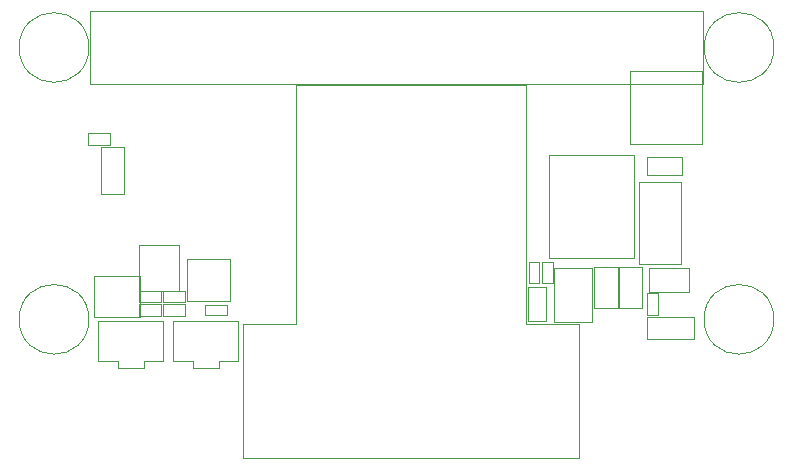
<source format=gbr>
G04 #@! TF.GenerationSoftware,KiCad,Pcbnew,(7.0.0)*
G04 #@! TF.CreationDate,2023-08-14T16:39:54+01:00*
G04 #@! TF.ProjectId,DevKit2022-Kicad7,4465764b-6974-4323-9032-322d4b696361,v1.0*
G04 #@! TF.SameCoordinates,Original*
G04 #@! TF.FileFunction,Other,User*
%FSLAX46Y46*%
G04 Gerber Fmt 4.6, Leading zero omitted, Abs format (unit mm)*
G04 Created by KiCad (PCBNEW (7.0.0)) date 2023-08-14 16:39:54*
%MOMM*%
%LPD*%
G01*
G04 APERTURE LIST*
%ADD10C,0.050000*%
G04 APERTURE END LIST*
D10*
X188253000Y-123102000D02*
X189193000Y-123102000D01*
X189193000Y-124962000D02*
X188253000Y-124962000D01*
X189193000Y-123102000D02*
X189193000Y-124962000D01*
X188253000Y-124962000D02*
X188253000Y-123102000D01*
X149820000Y-113199000D02*
X149820000Y-112259000D01*
X151680000Y-112259000D02*
X151680000Y-113199000D01*
X149820000Y-112259000D02*
X151680000Y-112259000D01*
X151680000Y-113199000D02*
X149820000Y-113199000D01*
X154138000Y-126534000D02*
X154138000Y-125594000D01*
X155998000Y-125594000D02*
X155998000Y-126534000D01*
X154138000Y-125594000D02*
X155998000Y-125594000D01*
X155998000Y-126534000D02*
X154138000Y-126534000D01*
X154138000Y-127677000D02*
X154138000Y-126737000D01*
X155998000Y-126737000D02*
X155998000Y-127677000D01*
X154138000Y-126737000D02*
X155998000Y-126737000D01*
X155998000Y-127677000D02*
X154138000Y-127677000D01*
X156170000Y-127677000D02*
X156170000Y-126737000D01*
X158030000Y-126737000D02*
X158030000Y-127677000D01*
X156170000Y-126737000D02*
X158030000Y-126737000D01*
X158030000Y-127677000D02*
X156170000Y-127677000D01*
X197143000Y-125769000D02*
X198083000Y-125769000D01*
X198083000Y-127629000D02*
X197143000Y-127629000D01*
X198083000Y-125769000D02*
X198083000Y-127629000D01*
X197143000Y-127629000D02*
X197143000Y-125769000D01*
X157530000Y-125571000D02*
X157530000Y-121731000D01*
X154130000Y-121731000D02*
X154130000Y-125571000D01*
X157530000Y-121731000D02*
X154130000Y-121731000D01*
X154130000Y-125571000D02*
X157530000Y-125571000D01*
X154194000Y-124364000D02*
X150354000Y-124364000D01*
X150354000Y-127764000D02*
X154194000Y-127764000D01*
X150354000Y-124364000D02*
X150354000Y-127764000D01*
X154194000Y-127764000D02*
X154194000Y-124364000D01*
X207878200Y-127994400D02*
G75*
G03*
X207878200Y-127994400I-2950000J0D01*
G01*
X149890000Y-127994400D02*
G75*
G03*
X149890000Y-127994400I-2950000J0D01*
G01*
X207893440Y-104982000D02*
G75*
G03*
X207893440Y-104982000I-2950000J0D01*
G01*
X149890000Y-104982000D02*
G75*
G03*
X149890000Y-104982000I-2950000J0D01*
G01*
X196498000Y-116341000D02*
X199998000Y-116341000D01*
X199998000Y-123341000D02*
X196498000Y-123341000D01*
X196498000Y-123341000D02*
X196498000Y-116341000D01*
X199998000Y-116341000D02*
X199998000Y-123341000D01*
X197149000Y-114285000D02*
X200109000Y-114285000D01*
X200109000Y-115745000D02*
X197149000Y-115745000D01*
X197149000Y-115745000D02*
X197149000Y-114285000D01*
X200109000Y-114285000D02*
X200109000Y-115745000D01*
X189282000Y-128234000D02*
X189282000Y-123634000D01*
X192482000Y-123634000D02*
X192482000Y-128234000D01*
X189282000Y-123634000D02*
X192482000Y-123634000D01*
X192482000Y-128234000D02*
X189282000Y-128234000D01*
X187104000Y-125219000D02*
X188564000Y-125219000D01*
X188564000Y-128179000D02*
X187104000Y-128179000D01*
X188564000Y-125219000D02*
X188564000Y-128179000D01*
X187104000Y-128179000D02*
X187104000Y-125219000D01*
X188040000Y-124942000D02*
X187120000Y-124942000D01*
X187120000Y-123122000D02*
X188040000Y-123122000D01*
X188040000Y-123122000D02*
X188040000Y-124942000D01*
X187120000Y-124942000D02*
X187120000Y-123122000D01*
X159746000Y-127667000D02*
X159746000Y-126747000D01*
X161566000Y-126747000D02*
X161566000Y-127667000D01*
X161566000Y-127667000D02*
X159746000Y-127667000D01*
X159746000Y-126747000D02*
X161566000Y-126747000D01*
X156190000Y-126524000D02*
X156190000Y-125604000D01*
X158010000Y-125604000D02*
X158010000Y-126524000D01*
X158010000Y-126524000D02*
X156190000Y-126524000D01*
X156190000Y-125604000D02*
X158010000Y-125604000D01*
X194791500Y-127002000D02*
X194791500Y-123602000D01*
X194791500Y-123602000D02*
X196751500Y-123602000D01*
X196751500Y-127002000D02*
X194791500Y-127002000D01*
X196751500Y-123602000D02*
X196751500Y-127002000D01*
X192696000Y-127002000D02*
X192696000Y-123602000D01*
X192696000Y-123602000D02*
X194656000Y-123602000D01*
X194656000Y-127002000D02*
X192696000Y-127002000D01*
X194656000Y-123602000D02*
X194656000Y-127002000D01*
X200710000Y-125647000D02*
X197310000Y-125647000D01*
X197310000Y-125647000D02*
X197310000Y-123687000D01*
X200710000Y-123687000D02*
X200710000Y-125647000D01*
X197310000Y-123687000D02*
X200710000Y-123687000D01*
X201826000Y-113132000D02*
X201826000Y-106982000D01*
X201826000Y-106982000D02*
X195676000Y-106982000D01*
X195676000Y-113132000D02*
X201826000Y-113132000D01*
X195676000Y-106982000D02*
X195676000Y-113132000D01*
X191416000Y-139698000D02*
X191416000Y-128418000D01*
X191416000Y-139698000D02*
X162916000Y-139698000D01*
X191416000Y-128418000D02*
X186916000Y-128418000D01*
X186916000Y-108198000D02*
X186916000Y-128418000D01*
X186916000Y-108198000D02*
X167416000Y-108198000D01*
X167416000Y-128418000D02*
X167416000Y-108198000D01*
X167416000Y-128418000D02*
X162916000Y-128418000D01*
X162916000Y-139698000D02*
X162916000Y-128418000D01*
X201851400Y-101886600D02*
X150001400Y-101886600D01*
X150001400Y-101886600D02*
X150001400Y-108036600D01*
X201851400Y-108036600D02*
X201851400Y-101886600D01*
X150001400Y-108036600D02*
X201851400Y-108036600D01*
X150943000Y-117356000D02*
X150943000Y-113436000D01*
X152833000Y-117356000D02*
X150953000Y-117356000D01*
X150953000Y-113436000D02*
X152833000Y-113436000D01*
X152843000Y-113436000D02*
X152843000Y-117356000D01*
X201097000Y-129681000D02*
X197177000Y-129681000D01*
X201097000Y-127791000D02*
X201097000Y-129671000D01*
X197177000Y-129671000D02*
X197177000Y-127791000D01*
X197177000Y-127781000D02*
X201097000Y-127781000D01*
X188806000Y-122844000D02*
X196006000Y-122844000D01*
X196006000Y-122844000D02*
X196006000Y-114044000D01*
X188806000Y-114044000D02*
X188806000Y-122844000D01*
X196006000Y-114044000D02*
X188806000Y-114044000D01*
X150667000Y-128110500D02*
X156167000Y-128110500D01*
X150667000Y-131510500D02*
X150667000Y-128110500D01*
X152317000Y-131510500D02*
X150667000Y-131510500D01*
X152317000Y-132160500D02*
X152317000Y-131510500D01*
X154517000Y-131510500D02*
X154517000Y-132160500D01*
X154517000Y-132160500D02*
X152317000Y-132160500D01*
X156167000Y-128110500D02*
X156167000Y-131510500D01*
X156167000Y-131510500D02*
X154517000Y-131510500D01*
X161821000Y-122867000D02*
X158221000Y-122867000D01*
X158221000Y-122867000D02*
X158221000Y-126467000D01*
X161821000Y-126467000D02*
X161821000Y-122867000D01*
X158221000Y-126467000D02*
X161821000Y-126467000D01*
X157017000Y-128110500D02*
X162517000Y-128110500D01*
X157017000Y-131510500D02*
X157017000Y-128110500D01*
X158667000Y-131510500D02*
X157017000Y-131510500D01*
X158667000Y-132160500D02*
X158667000Y-131510500D01*
X160867000Y-131510500D02*
X160867000Y-132160500D01*
X160867000Y-132160500D02*
X158667000Y-132160500D01*
X162517000Y-128110500D02*
X162517000Y-131510500D01*
X162517000Y-131510500D02*
X160867000Y-131510500D01*
M02*

</source>
